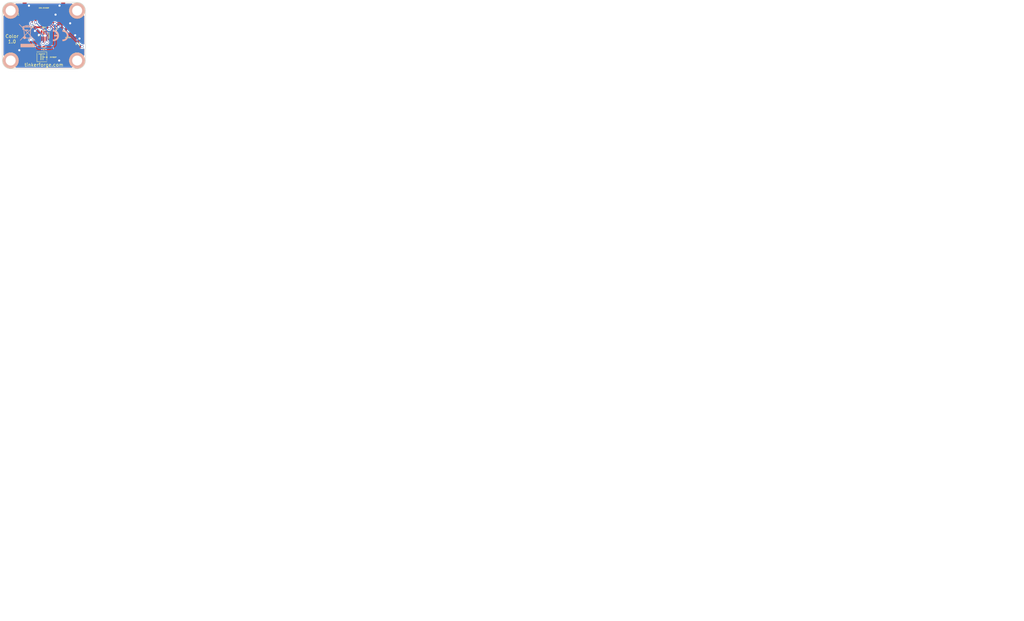
<source format=kicad_pcb>
(kicad_pcb (version 3) (host pcbnew "(2013-07-24 BZR 4024)-stable")
  (title_block (title "Color Bricklet") (rev 1.0) (company "Tinkerforge GmbH") (comment 1 "Licensed under CERN OHL v.1.1") (comment 2 "Copyright (©) 2014, B.Nordmeyer <bastian@tinkerforge.com>"))
  (layers (15 F.Cu signal) (0 B.Cu signal) (18 B.Paste user) (19 F.Paste user) (20 B.SilkS user) (21 F.SilkS user) (22 B.Mask user) (23 F.Mask user) (28 Edge.Cuts user))
  (net 0 "")
  (net 1 GND)
  (net 2 N-0000010)
  (net 3 N-0000012)
  (net 4 N-000003)
  (net 5 N-000004)
  (net 6 N-000005)
  (net 7 N-000007)
  (net 8 N-000008)
  (net 9 SCL)
  (net 10 SDA)
  (net 11 VCC)
  (module CE_5mm (layer B.Cu) (at 111.3 71.2 180)
    (fp_text reference VAL hide)
    (fp_text value CE_5mm hide)
  )
  (module WEEE_7mm (layer B.Cu) (at 101.3 71.2)
    (fp_text reference VAL hide)
    (fp_text value WEEE_7mm hide)
  )
  (module DRILL_NP (layer F.Cu) (at 96.3 63.7)
    (fp_text reference U3 hide)
    (fp_text value DRILL hide)
    (pad "" np_thru_hole circle (at 0 0) (size 2.99974 2.99974) (drill 2.99974) (layers *.Cu *.Mask F.SilkS) (clearance 0.89916))
  )
  (module DRILL_NP (layer F.Cu) (at 116.3 63.7)
    (fp_text reference U4 hide)
    (fp_text value DRILL hide)
    (pad "" np_thru_hole circle (at 0 0) (size 2.99974 2.99974) (drill 2.99974) (layers *.Cu *.Mask F.SilkS) (clearance 0.89916))
  )
  (module DRILL_NP (layer F.Cu) (at 116.3 78.7)
    (fp_text reference U6 hide)
    (fp_text value DRILL hide)
    (pad "" np_thru_hole circle (at 0 0) (size 2.99974 2.99974) (drill 2.99974) (layers *.Cu *.Mask F.SilkS) (clearance 0.89916))
  )
  (module DRILL_NP (layer F.Cu) (at 96.3 78.7)
    (fp_text reference U5 hide)
    (fp_text value DRILL hide)
    (pad "" np_thru_hole circle (at 0 0) (size 2.99974 2.99974) (drill 2.99974) (layers *.Cu *.Mask F.SilkS) (clearance 0.89916))
  )
  (module 0603 (layer F.Cu) (at 102.4 74.1 270)
    (fp_text reference R2 (at 0 -1.00076 270) (layer F.SilkS) (effects (font (size 0.29972 0.29972) (thickness 0.0762))))
    (fp_text value 180 (at 0 0 270) (layer F.SilkS) (effects (font (size 0.29972 0.29972) (thickness 0.0762))))
    (pad 1 smd rect (at -0.8001 0 270) (size 0.8001 0.8001) (layers F.Cu F.Paste F.Mask) (net 11 VCC))
    (pad 2 smd rect (at 0.8001 0 270) (size 0.8001 0.8001) (layers F.Cu F.Paste F.Mask) (net 2 N-0000010))
  )
  (module 0603 (layer F.Cu) (at 102.8 68.7)
    (fp_text reference R1 (at 0 -1.00076) (layer F.SilkS) (effects (font (size 0.29972 0.29972) (thickness 0.0762))))
    (fp_text value 10k (at 0 0) (layer F.SilkS) (effects (font (size 0.29972 0.29972) (thickness 0.0762))))
    (pad 1 smd rect (at -0.8001 0) (size 0.8001 0.8001) (layers F.Cu F.Paste F.Mask) (net 7 N-000007))
    (pad 2 smd rect (at 0.8001 0) (size 0.8001 0.8001) (layers F.Cu F.Paste F.Mask) (net 1 GND))
  )
  (module 0603 (layer F.Cu) (at 117 73.7 90)
    (fp_text reference C2 (at 0 -1.00076 90) (layer F.SilkS) (effects (font (size 0.29972 0.29972) (thickness 0.0762))))
    (fp_text value 100nF (at 0 0 90) (layer F.SilkS) (effects (font (size 0.29972 0.29972) (thickness 0.0762))))
    (pad 1 smd rect (at -0.8001 0 90) (size 0.8001 0.8001) (layers F.Cu F.Paste F.Mask) (net 11 VCC))
    (pad 2 smd rect (at 0.8001 0 90) (size 0.8001 0.8001) (layers F.Cu F.Paste F.Mask) (net 1 GND))
  )
  (module 0603 (layer F.Cu) (at 106.3 68.7 180)
    (fp_text reference C1 (at 0 -1.00076 180) (layer F.SilkS) (effects (font (size 0.29972 0.29972) (thickness 0.0762))))
    (fp_text value 100nF (at 0 0 180) (layer F.SilkS) (effects (font (size 0.29972 0.29972) (thickness 0.0762))))
    (pad 1 smd rect (at -0.8001 0 180) (size 0.8001 0.8001) (layers F.Cu F.Paste F.Mask) (net 11 VCC))
    (pad 2 smd rect (at 0.8001 0 180) (size 0.8001 0.8001) (layers F.Cu F.Paste F.Mask) (net 1 GND))
  )
  (module CON-SENSOR (layer F.Cu) (at 106.3 61.3 180)
    (fp_text reference P1 (at 7.9502 -3.50012 180) (layer F.SilkS) (effects (font (size 0.59944 0.59944) (thickness 0.12446))))
    (fp_text value CON-SENSOR (at 0 -1.6002 180) (layer F.SilkS) (effects (font (size 0.29972 0.29972) (thickness 0.07112))))
    (pad 1 smd rect (at -4.50088 -4.7752 180) (size 0.59944 1.5494) (layers F.Cu F.Paste F.Mask))
    (pad 2 smd rect (at -3.50012 -4.7752 180) (size 0.59944 1.5494) (layers F.Cu F.Paste F.Mask) (net 1 GND))
    (pad 3 smd rect (at -2.49936 -4.7752 180) (size 0.59944 1.5494) (layers F.Cu F.Paste F.Mask) (net 11 VCC))
    (pad 4 smd rect (at -1.50114 -4.7752 180) (size 0.59944 1.5494) (layers F.Cu F.Paste F.Mask) (net 9 SCL))
    (pad 5 smd rect (at -0.50038 -4.7752 180) (size 0.59944 1.5494) (layers F.Cu F.Paste F.Mask) (net 10 SDA))
    (pad 6 smd rect (at 0.50038 -4.7752 180) (size 0.59944 1.5494) (layers F.Cu F.Paste F.Mask) (net 8 N-000008))
    (pad 7 smd rect (at 1.50114 -4.7752 180) (size 0.59944 1.5494) (layers F.Cu F.Paste F.Mask) (net 6 N-000005))
    (pad 8 smd rect (at 2.49936 -4.7752 180) (size 0.59944 1.5494) (layers F.Cu F.Paste F.Mask) (net 5 N-000004))
    (pad 9 smd rect (at 3.50012 -4.7752 180) (size 0.59944 1.5494) (layers F.Cu F.Paste F.Mask) (net 4 N-000003))
    (pad 10 smd rect (at 4.50088 -4.7752 180) (size 0.59944 1.5494) (layers F.Cu F.Paste F.Mask) (net 7 N-000007))
    (pad EP smd rect (at -5.79882 -0.89916 180) (size 1.19888 1.80086) (layers F.Cu F.Paste F.Mask) (net 1 GND))
    (pad EP smd rect (at 5.79882 -0.89916 180) (size 1.19888 1.80086) (layers F.Cu F.Paste F.Mask) (net 1 GND))
  )
  (module FN-TCS3472 (layer F.Cu) (at 106.3 71.2 270)
    (fp_text reference U1 (at 0 1.65 270) (layer F.SilkS) (effects (font (size 0.3 0.3) (thickness 0.075))))
    (fp_text value TCS3472 (at 0 -1.55 270) (layer F.SilkS) (effects (font (size 0.3 0.3) (thickness 0.075))))
    (pad 1 smd oval (at -0.95 -0.65 270) (size 1.4 0.4) (layers F.Cu F.Paste F.Mask) (net 11 VCC))
    (pad 2 smd oval (at -0.95 0 270) (size 1.4 0.4) (layers F.Cu F.Paste F.Mask) (net 6 N-000005))
    (pad 3 smd oval (at -0.95 0.65 270) (size 1.4 0.4) (layers F.Cu F.Paste F.Mask) (net 1 GND))
    (pad 4 smd oval (at 0.95 0.65 270) (size 1.4 0.4) (layers F.Cu F.Paste F.Mask))
    (pad 5 smd oval (at 0.95 0 270) (size 1.4 0.4) (layers F.Cu F.Paste F.Mask) (net 4 N-000003))
    (pad 6 smd oval (at 0.95 -0.65 270) (size 1.4 0.4) (layers F.Cu F.Paste F.Mask) (net 5 N-000004))
  )
  (module LED-3x2 (layer F.Cu) (at 106.3 74.9)
    (fp_text reference D1 (at 0 0.55) (layer F.SilkS) (effects (font (size 0.3 0.3) (thickness 0.075))))
    (fp_text value LED (at 0 0) (layer F.SilkS) (effects (font (size 0.3 0.3) (thickness 0.075))))
    (pad 1 smd rect (at -1.55 0.05) (size 1.6 1.4) (layers F.Cu F.Paste F.Mask) (net 2 N-0000010))
    (pad 2 smd rect (at 1.55 0) (size 1.6 1.4) (layers F.Cu F.Paste F.Mask) (net 3 N-0000012))
  )
  (module SOIC8 (layer F.Cu) (at 113.6 71.8 180)
    (fp_text reference U2 (at 3.29946 2.60096 180) (layer F.SilkS) (effects (font (size 0.29972 0.29972) (thickness 0.0762))))
    (fp_text value M24C64 (at 0 0 180) (layer F.SilkS) (effects (font (size 0.29972 0.29972) (thickness 0.0762))))
    (pad 1 smd rect (at -1.90246 2.69748) (size 0.59944 1.5494) (layers F.Cu F.Paste F.Mask) (net 1 GND))
    (pad 2 smd rect (at -0.63246 2.69748) (size 0.59944 1.5494) (layers F.Cu F.Paste F.Mask) (net 1 GND))
    (pad 3 smd rect (at 0.63246 2.69748) (size 0.59944 1.5494) (layers F.Cu F.Paste F.Mask) (net 8 N-000008))
    (pad 4 smd rect (at 1.90246 2.69748) (size 0.59944 1.5494) (layers F.Cu F.Paste F.Mask) (net 1 GND))
    (pad 5 smd rect (at 1.90246 -2.69748 180) (size 0.59944 1.5494) (layers F.Cu F.Paste F.Mask) (net 10 SDA))
    (pad 6 smd rect (at 0.63246 -2.69748 180) (size 0.59944 1.5494) (layers F.Cu F.Paste F.Mask) (net 9 SCL))
    (pad 7 smd rect (at -0.63246 -2.69748 180) (size 0.59944 1.5494) (layers F.Cu F.Paste F.Mask))
    (pad 8 smd rect (at -1.90246 -2.69748 180) (size 0.59944 1.5494) (layers F.Cu F.Paste F.Mask) (net 11 VCC))
  )
  (module SOT23GDS (layer F.Cu) (at 109.1 77.7 180)
    (fp_text reference Q1 (at 1.9 0 180) (layer F.SilkS) (effects (font (size 0.3 0.3) (thickness 0.075))))
    (fp_text value 2N7002P (at 0 0 180) (layer F.SilkS) (effects (font (size 0.3 0.3) (thickness 0.075))))
    (pad S smd rect (at -0.889 -1.016 180) (size 0.9144 0.9144) (layers F.Cu F.Paste F.Mask) (net 1 GND))
    (pad G smd rect (at 0.889 -1.016 180) (size 0.9144 0.9144) (layers F.Cu F.Paste F.Mask) (net 7 N-000007))
    (pad D smd rect (at 0 1.016 180) (size 0.9144 0.9144) (layers F.Cu F.Paste F.Mask) (net 3 N-0000012))
  )
  (module Logo_31x31 (layer F.Cu) (at 104.1 76)
    (fp_text reference G*** hide)
    (fp_text value Logo_31x31 hide)
  )
  (gr_text tinkerforge.com (at 106.3 80) (layer F.SilkS) (effects (font (size 1 1))))
  (gr_text "Color\n1.0" (at 96.7 72.2) (layer F.SilkS) (effects (font (size 1 1))))
  (gr_line (start 96.3 81.2) (end 116.3 81.2) (angle 90) (layer Edge.Cuts) (width 0.15))
  (gr_line (start 93.8 63.7) (end 93.8 78.7) (angle 90) (layer Edge.Cuts) (width 0.15))
  (gr_line (start 116.3 61.2) (end 96.3 61.2) (angle 90) (layer Edge.Cuts) (width 0.15))
  (gr_line (start 118.8 78.7) (end 118.8 63.7) (angle 90) (layer Edge.Cuts) (width 0.15))
  (gr_arc (start 116.3 78.7) (end 118.8 78.7) (angle 90) (layer Edge.Cuts) (width 0.15))
  (gr_arc (start 116.3 63.7) (end 116.3 61.2) (angle 90) (layer Edge.Cuts) (width 0.15))
  (gr_arc (start 96.3 63.7) (end 93.8 63.7) (angle 90) (layer Edge.Cuts) (width 0.15))
  (gr_arc (start 96.3 78.7) (end 96.3 81.2) (angle 90) (layer Edge.Cuts) (width 0.15))
  (segment (start 100.5 73.1) (end 100.5 74) (width 0.254) (layer B.Cu) (net 1))
  (via (at 98.9 75.6) (size 0.889) (layers F.Cu B.Cu) (net 1))
  (segment (start 100.5 74) (end 98.9 75.6) (width 0.254) (layer B.Cu) (net 1))
  (segment (start 115.7 71.1) (end 115.7 69) (width 0.254) (layer B.Cu) (net 1))
  (segment (start 114.23246 67.53246) (end 114.2 67.5) (width 0.254) (layer F.Cu) (net 1))
  (via (at 114.2 67.5) (size 0.889) (layers F.Cu B.Cu) (net 1))
  (segment (start 114.23246 67.53246) (end 114.23246 69.10252) (width 0.254) (layer F.Cu) (net 1))
  (segment (start 115.7 69) (end 114.2 67.5) (width 0.254) (layer B.Cu) (net 1))
  (segment (start 103.6 69.8) (end 101.8 69.8) (width 0.254) (layer B.Cu) (net 1))
  (segment (start 101.8 69.8) (end 99.6 72) (width 0.254) (layer B.Cu) (net 1))
  (segment (start 104.8 71) (end 103.6 69.8) (width 0.254) (layer B.Cu) (net 1))
  (segment (start 103.6001 69.7999) (end 103.6 69.8) (width 0.254) (layer F.Cu) (net 1))
  (via (at 103.6 69.8) (size 0.889) (layers F.Cu B.Cu) (net 1))
  (segment (start 103.6001 68.7) (end 103.6001 69.7999) (width 0.254) (layer F.Cu) (net 1))
  (segment (start 105.55 70.25) (end 104.8 71) (width 0.254) (layer F.Cu) (net 1))
  (via (at 104.8 71) (size 0.889) (layers F.Cu B.Cu) (net 1))
  (segment (start 105.55 70.25) (end 105.65 70.25) (width 0.254) (layer F.Cu) (net 1))
  (segment (start 110.7 68.6) (end 110.7 78.5) (width 0.254) (layer B.Cu) (net 1))
  (segment (start 111.20252 69.10252) (end 110.7 68.6) (width 0.254) (layer F.Cu) (net 1))
  (via (at 110.7 68.6) (size 0.889) (layers F.Cu B.Cu) (net 1))
  (segment (start 111.69754 69.10252) (end 111.20252 69.10252) (width 0.254) (layer F.Cu) (net 1))
  (segment (start 110.7 78.5) (end 110.9 78.7) (width 0.254) (layer B.Cu) (net 1))
  (segment (start 117 72.1) (end 116.7 72.1) (width 0.254) (layer B.Cu) (net 1))
  (segment (start 115.50246 70.90246) (end 115.7 71.1) (width 0.254) (layer F.Cu) (net 1))
  (via (at 115.7 71.1) (size 0.889) (layers F.Cu B.Cu) (net 1))
  (segment (start 115.50246 70.90246) (end 115.50246 69.10252) (width 0.254) (layer F.Cu) (net 1))
  (segment (start 116.7 72.1) (end 115.7 71.1) (width 0.254) (layer B.Cu) (net 1))
  (segment (start 109.8 64.9) (end 104.5 64.9) (width 0.254) (layer B.Cu) (net 1))
  (segment (start 104.5 64.9) (end 101.8 62.2) (width 0.254) (layer B.Cu) (net 1))
  (segment (start 109.8 64.9) (end 109.8 63.4) (width 0.254) (layer B.Cu) (net 1))
  (segment (start 111.00084 62.19916) (end 111 62.2) (width 0.254) (layer F.Cu) (net 1))
  (via (at 111 62.2) (size 0.889) (layers F.Cu B.Cu) (net 1))
  (segment (start 111.00084 62.19916) (end 112.09882 62.19916) (width 0.254) (layer F.Cu) (net 1))
  (segment (start 109.8 63.4) (end 111 62.2) (width 0.254) (layer B.Cu) (net 1))
  (segment (start 105.4999 68.7) (end 103.6001 68.7) (width 0.254) (layer F.Cu) (net 1))
  (segment (start 109.989 78.716) (end 110.884 78.716) (width 0.5) (layer F.Cu) (net 1))
  (segment (start 110.884 78.716) (end 110.9 78.7) (width 0.254) (layer F.Cu) (net 1))
  (via (at 110.9 78.7) (size 0.889) (layers F.Cu B.Cu) (net 1))
  (segment (start 110.9 78.7) (end 108.5 76.3) (width 0.254) (layer B.Cu) (net 1))
  (segment (start 99.6 72.2) (end 99.6 72) (width 0.254) (layer B.Cu) (net 1))
  (segment (start 103.7 76.3) (end 100.5 73.1) (width 0.254) (layer B.Cu) (net 1))
  (segment (start 100.5 73.1) (end 99.6 72.2) (width 0.254) (layer B.Cu) (net 1))
  (segment (start 108.5 76.3) (end 103.7 76.3) (width 0.254) (layer B.Cu) (net 1))
  (segment (start 99.6 72) (end 99.6 66.2) (width 0.254) (layer B.Cu) (net 1))
  (segment (start 101.8 64) (end 101.8 62.2) (width 0.254) (layer B.Cu) (net 1))
  (segment (start 99.6 66.2) (end 101.8 64) (width 0.254) (layer B.Cu) (net 1))
  (segment (start 101.79916 62.19916) (end 100.50118 62.19916) (width 0.254) (layer F.Cu) (net 1))
  (via (at 101.8 62.2) (size 0.889) (layers F.Cu B.Cu) (net 1))
  (segment (start 101.8 62.2) (end 101.79916 62.19916) (width 0.254) (layer F.Cu) (net 1))
  (segment (start 117 72.1) (end 117 68.7) (width 0.254) (layer B.Cu) (net 1))
  (segment (start 109.80012 64.90012) (end 109.8 64.9) (width 0.254) (layer F.Cu) (net 1))
  (via (at 109.8 64.9) (size 0.889) (layers F.Cu B.Cu) (net 1))
  (segment (start 109.80012 64.90012) (end 109.80012 66.0752) (width 0.254) (layer F.Cu) (net 1))
  (segment (start 113.2 64.9) (end 109.8 64.9) (width 0.254) (layer B.Cu) (net 1))
  (segment (start 117 68.7) (end 113.2 64.9) (width 0.254) (layer B.Cu) (net 1))
  (segment (start 117 72.1) (end 117 72.8999) (width 0.254) (layer F.Cu) (net 1))
  (via (at 117 72.1) (size 0.889) (layers F.Cu B.Cu) (net 1))
  (segment (start 104.75 74.95) (end 102.4499 74.95) (width 0.5) (layer F.Cu) (net 2))
  (segment (start 102.4499 74.95) (end 102.4 74.9001) (width 0.254) (layer F.Cu) (net 2))
  (segment (start 107.85 74.9) (end 108.5 74.9) (width 0.254) (layer F.Cu) (net 3))
  (segment (start 109.1 75.5) (end 109.1 76.684) (width 0.5) (layer F.Cu) (net 3))
  (segment (start 108.5 74.9) (end 109.1 75.5) (width 0.5) (layer F.Cu) (net 3))
  (segment (start 102.79988 66.0752) (end 102.79988 67.40012) (width 0.254) (layer F.Cu) (net 4))
  (segment (start 106.3 73.3) (end 106.3 72.15) (width 0.254) (layer F.Cu) (net 4))
  (segment (start 106 73.6) (end 106.3 73.3) (width 0.254) (layer F.Cu) (net 4))
  (via (at 106 73.6) (size 0.889) (layers F.Cu B.Cu) (net 4))
  (segment (start 106 71) (end 106 73.6) (width 0.254) (layer B.Cu) (net 4))
  (segment (start 102.6 67.6) (end 106 71) (width 0.254) (layer B.Cu) (net 4))
  (via (at 102.6 67.6) (size 0.889) (layers F.Cu B.Cu) (net 4))
  (segment (start 102.79988 67.40012) (end 102.6 67.6) (width 0.254) (layer F.Cu) (net 4))
  (segment (start 103.80064 66.0752) (end 103.80064 67.19936) (width 0.254) (layer F.Cu) (net 5))
  (segment (start 106.95 72.95) (end 106.95 72.15) (width 0.254) (layer F.Cu) (net 5))
  (segment (start 107.2 73.2) (end 106.95 72.95) (width 0.254) (layer F.Cu) (net 5))
  (via (at 107.2 73.2) (size 0.889) (layers F.Cu B.Cu) (net 5))
  (segment (start 107.2 70.6) (end 107.2 73.2) (width 0.254) (layer B.Cu) (net 5))
  (segment (start 103.8 67.2) (end 107.2 70.6) (width 0.254) (layer B.Cu) (net 5))
  (via (at 103.8 67.2) (size 0.889) (layers F.Cu B.Cu) (net 5))
  (segment (start 103.80064 67.19936) (end 103.8 67.2) (width 0.254) (layer F.Cu) (net 5))
  (segment (start 106.3 70.25) (end 106.3 68.1) (width 0.254) (layer F.Cu) (net 6))
  (segment (start 104.79886 67.09886) (end 104.79886 66.0752) (width 0.254) (layer F.Cu) (net 6))
  (segment (start 105.1 67.4) (end 104.79886 67.09886) (width 0.254) (layer F.Cu) (net 6))
  (segment (start 105.6 67.4) (end 105.1 67.4) (width 0.254) (layer F.Cu) (net 6))
  (segment (start 106.3 68.1) (end 105.6 67.4) (width 0.254) (layer F.Cu) (net 6))
  (segment (start 108.211 78.716) (end 104.416 78.716) (width 0.254) (layer F.Cu) (net 7))
  (segment (start 101.9999 70.0001) (end 101.9999 68.7) (width 0.254) (layer F.Cu) (net 7))
  (segment (start 101.3 70.7) (end 101.9999 70.0001) (width 0.254) (layer F.Cu) (net 7))
  (segment (start 101.3 75.6) (end 101.3 70.7) (width 0.254) (layer F.Cu) (net 7))
  (segment (start 104.416 78.716) (end 101.3 75.6) (width 0.254) (layer F.Cu) (net 7))
  (segment (start 101.79912 66.0752) (end 101.79912 67.00088) (width 0.254) (layer F.Cu) (net 7))
  (segment (start 101.7 68.4001) (end 101.9999 68.7) (width 0.254) (layer F.Cu) (net 7))
  (segment (start 101.7 67.1) (end 101.7 68.4001) (width 0.254) (layer F.Cu) (net 7))
  (segment (start 101.79912 67.00088) (end 101.7 67.1) (width 0.254) (layer F.Cu) (net 7))
  (segment (start 112.96754 69.10252) (end 112.96754 65.26754) (width 0.254) (layer F.Cu) (net 8))
  (segment (start 105.79962 65.00038) (end 105.79962 66.0752) (width 0.254) (layer F.Cu) (net 8))
  (segment (start 106.8 64) (end 105.79962 65.00038) (width 0.254) (layer F.Cu) (net 8))
  (segment (start 111.7 64) (end 106.8 64) (width 0.254) (layer F.Cu) (net 8))
  (segment (start 112.96754 65.26754) (end 111.7 64) (width 0.254) (layer F.Cu) (net 8))
  (segment (start 107.80114 66.0752) (end 107.80114 66.80114) (width 0.254) (layer F.Cu) (net 9))
  (segment (start 112.96754 72.16754) (end 112.96754 74.49748) (width 0.254) (layer F.Cu) (net 9))
  (segment (start 107.8 67) (end 112.96754 72.16754) (width 0.254) (layer F.Cu) (net 9))
  (segment (start 107.8 66.80228) (end 107.8 67) (width 0.254) (layer F.Cu) (net 9))
  (segment (start 107.80114 66.80114) (end 107.8 66.80228) (width 0.254) (layer F.Cu) (net 9))
  (segment (start 111.69754 74.49748) (end 111.69754 71.69754) (width 0.254) (layer F.Cu) (net 10))
  (segment (start 106.80038 67.20038) (end 106.80038 66.0752) (width 0.254) (layer F.Cu) (net 10))
  (segment (start 107.4 67.8) (end 106.80038 67.20038) (width 0.254) (layer F.Cu) (net 10))
  (segment (start 107.8 67.8) (end 107.4 67.8) (width 0.254) (layer F.Cu) (net 10))
  (segment (start 111.69754 71.69754) (end 107.8 67.8) (width 0.254) (layer F.Cu) (net 10))
  (segment (start 109.6 67.6) (end 109.4 67.6) (width 0.5) (layer F.Cu) (net 11))
  (segment (start 108.79936 66.99936) (end 108.79936 66.0752) (width 0.5) (layer F.Cu) (net 11))
  (segment (start 109.4 67.6) (end 108.79936 66.99936) (width 0.5) (layer F.Cu) (net 11))
  (segment (start 102.4 72.5) (end 102.4 72.7) (width 0.254) (layer B.Cu) (net 11))
  (via (at 102.4 72.5) (size 0.889) (layers F.Cu B.Cu) (net 11))
  (segment (start 102.4 73.2999) (end 102.4 72.5) (width 0.5) (layer F.Cu) (net 11))
  (segment (start 109.6 73.9) (end 109.6 67.6) (width 0.5) (layer B.Cu) (net 11))
  (segment (start 108.5 75) (end 109.6 73.9) (width 0.5) (layer B.Cu) (net 11))
  (segment (start 104.7 75) (end 108.5 75) (width 0.5) (layer B.Cu) (net 11))
  (segment (start 102.4 72.7) (end 104.7 75) (width 0.5) (layer B.Cu) (net 11))
  (segment (start 117 74.5001) (end 117.7999 74.5001) (width 0.254) (layer F.Cu) (net 11))
  (segment (start 110.9 67.6) (end 109.6 67.6) (width 0.254) (layer B.Cu) (net 11))
  (segment (start 117.8 74.5) (end 110.9 67.6) (width 0.254) (layer B.Cu) (net 11))
  (via (at 117.8 74.5) (size 0.889) (layers F.Cu B.Cu) (net 11))
  (segment (start 117.7999 74.5001) (end 117.8 74.5) (width 0.254) (layer F.Cu) (net 11))
  (segment (start 115.50246 74.49748) (end 116.99738 74.49748) (width 0.254) (layer F.Cu) (net 11))
  (segment (start 116.99738 74.49748) (end 117 74.5001) (width 0.254) (layer F.Cu) (net 11))
  (segment (start 107.1001 68.7) (end 107.5 68.7) (width 0.254) (layer F.Cu) (net 11))
  (segment (start 107.5 68.7) (end 107.9 69.1) (width 0.254) (layer F.Cu) (net 11))
  (via (at 107.9 69.1) (size 0.889) (layers F.Cu B.Cu) (net 11))
  (segment (start 107.9 69.1) (end 109.4 67.6) (width 0.254) (layer B.Cu) (net 11))
  (segment (start 109.4 67.6) (end 109.6 67.6) (width 0.254) (layer B.Cu) (net 11))
  (via (at 109.6 67.6) (size 0.889) (layers F.Cu B.Cu) (net 11))
  (segment (start 106.95 70.25) (end 106.95 68.8501) (width 0.254) (layer F.Cu) (net 11))
  (segment (start 106.95 68.8501) (end 107.1001 68.7) (width 0.254) (layer F.Cu) (net 11))
  (zone (net 1) (net_name GND) (layer F.Cu) (connect_pads (clearance 0.3)) (min_thickness 0.3) (fill (arc_segments 16) (thermal_gap 0.5) (thermal_bridge_width 0.5))
    (polygon (pts (xy 93.8 61.2) (xy 118.8 61.2) (xy 118.8 81.2) (xy 93.8 81.2)))
  )
  (zone (net 1) (net_name GND) (layer B.Cu) (connect_pads (clearance 0.3)) (min_thickness 0.3) (fill (arc_segments 16) (thermal_gap 0.5) (thermal_bridge_width 0.5))
    (polygon (pts (xy 93.8 61.2) (xy 118.8 61.2) (xy 118.8 81.2) (xy 93.8 81.2)))
  )
)
</source>
